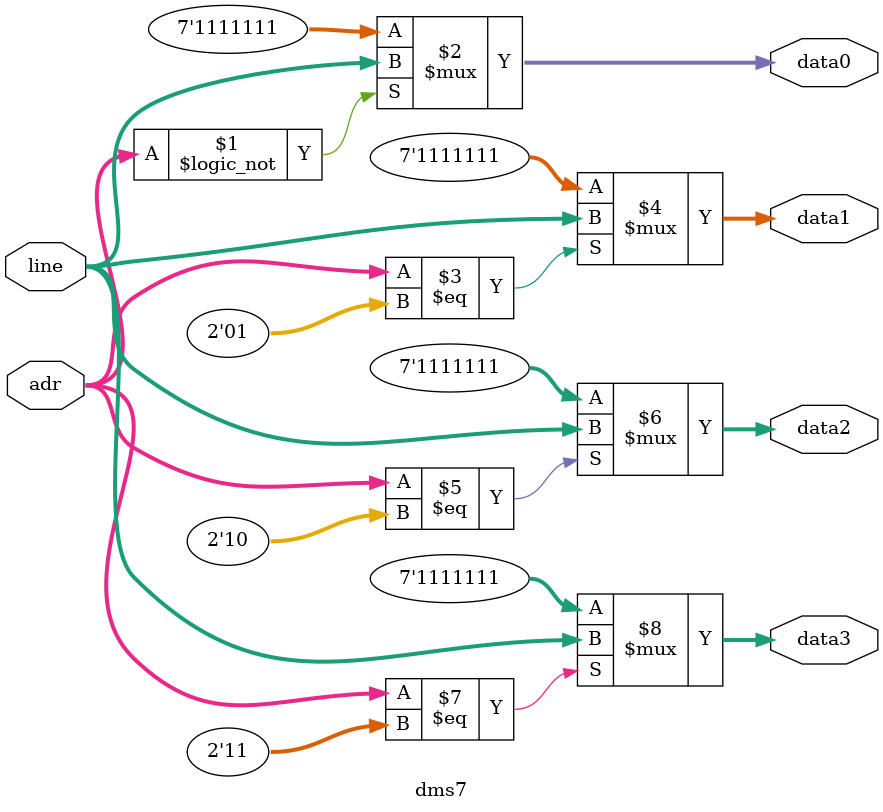
<source format=v>
module dms7 (
	input  wire [6:0] line,
	input  wire [1:0] adr,
	output wire [6:0] data0,
	output wire [6:0] data1,
	output wire [6:0] data2,
	output wire [6:0] data3
);

assign data0 = (adr == 2'h0) ? line : 7'd127;
assign data1 = (adr == 2'h1) ? line : 7'd127;
assign data2 = (adr == 2'h2) ? line : 7'd127;
assign data3 = (adr == 2'h3) ? line : 7'd127;

endmodule

</source>
